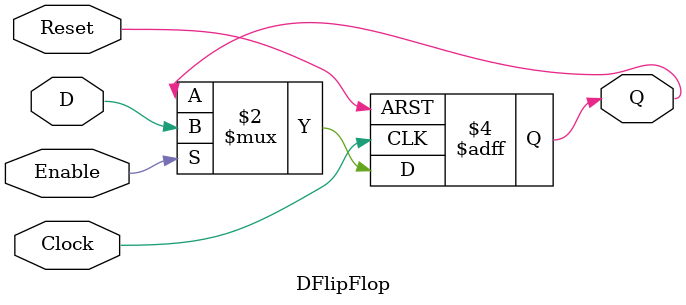
<source format=v>
module DFlipFlop (
    input D, Clock, Enable, Reset,
    output reg Q
);
    
    always @(posedge Clock, posedge Reset)
    begin
        if (Reset)
            Q <= 1'b0;
        else if (Enable)
            Q <= D;
    end

endmodule

</source>
